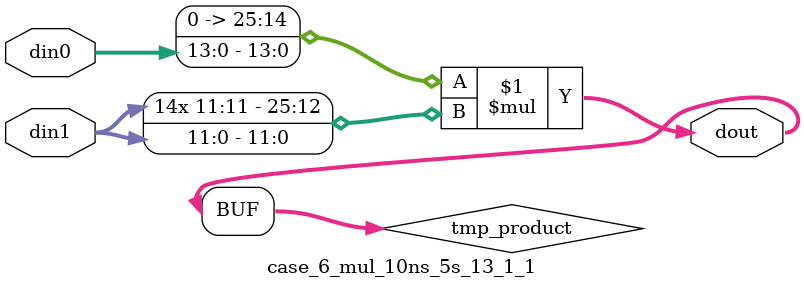
<source format=v>

`timescale 1 ns / 1 ps

 (* use_dsp = "no" *)  module case_6_mul_10ns_5s_13_1_1(din0, din1, dout);
parameter ID = 1;
parameter NUM_STAGE = 0;
parameter din0_WIDTH = 14;
parameter din1_WIDTH = 12;
parameter dout_WIDTH = 26;

input [din0_WIDTH - 1 : 0] din0; 
input [din1_WIDTH - 1 : 0] din1; 
output [dout_WIDTH - 1 : 0] dout;

wire signed [dout_WIDTH - 1 : 0] tmp_product;

























assign tmp_product = $signed({1'b0, din0}) * $signed(din1);










assign dout = tmp_product;





















endmodule

</source>
